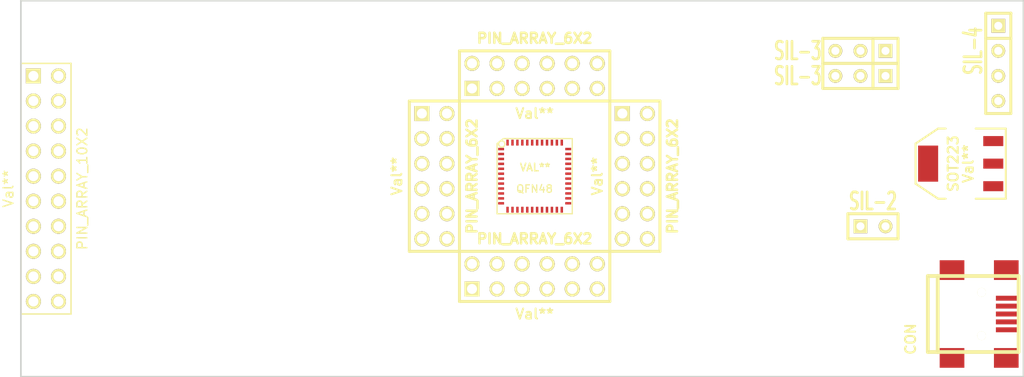
<source format=kicad_pcb>
(kicad_pcb (version 3) (host pcbnew "(2013-dec-23)-stable")

  (general
    (links 0)
    (no_connects 0)
    (area 75.3364 82.92084 143.160044 125.87478)
    (thickness 1.6)
    (drawings 6)
    (tracks 0)
    (zones 0)
    (modules 12)
    (nets 1)
  )

  (page A4)
  (layers
    (15 F.Cu signal)
    (0 B.Cu signal)
    (16 B.Adhes user)
    (17 F.Adhes user)
    (18 B.Paste user)
    (19 F.Paste user)
    (20 B.SilkS user)
    (21 F.SilkS user)
    (22 B.Mask user)
    (23 F.Mask user)
    (28 Edge.Cuts user)
  )

  (setup
    (last_trace_width 0.254)
    (trace_clearance 0.254)
    (zone_clearance 0.508)
    (zone_45_only no)
    (trace_min 0.254)
    (segment_width 0.2)
    (edge_width 0.15)
    (via_size 0.889)
    (via_drill 0.635)
    (via_min_size 0.889)
    (via_min_drill 0.508)
    (uvia_size 0.508)
    (uvia_drill 0.127)
    (uvias_allowed no)
    (uvia_min_size 0.508)
    (uvia_min_drill 0.127)
    (pcb_text_width 0.3)
    (pcb_text_size 1.5 1.5)
    (mod_edge_width 0.15)
    (mod_text_size 1.5 1.5)
    (mod_text_width 0.15)
    (pad_size 1.4 1.4)
    (pad_drill 0.6)
    (pad_to_mask_clearance 0.2)
    (aux_axis_origin 43.18 162.56)
    (visible_elements FFFFFFBF)
    (pcbplotparams
      (layerselection 3178497)
      (usegerberextensions true)
      (excludeedgelayer true)
      (linewidth 0.150000)
      (plotframeref false)
      (viasonmask false)
      (mode 1)
      (useauxorigin false)
      (hpglpennumber 1)
      (hpglpenspeed 20)
      (hpglpendiameter 15)
      (hpglpenoverlay 2)
      (psnegative false)
      (psa4output false)
      (plotreference true)
      (plotvalue true)
      (plotothertext true)
      (plotinvisibletext false)
      (padsonsilk false)
      (subtractmaskfromsilk false)
      (outputformat 1)
      (mirror false)
      (drillshape 1)
      (scaleselection 1)
      (outputdirectory ""))
  )

  (net 0 "")

  (net_class Default "This is the default net class."
    (clearance 0.254)
    (trace_width 0.254)
    (via_dia 0.889)
    (via_drill 0.635)
    (uvia_dia 0.508)
    (uvia_drill 0.127)
    (add_net "")
  )

  (module pin_array_6x2 (layer F.Cu) (tedit 3FB38A8B) (tstamp 55D66EB9)
    (at 111.76 80.01 270)
    (descr "Double rangee de contacts 2 x 6 pins")
    (tags CONN)
    (fp_text reference PIN_ARRAY_6X2 (at 0 -3.81 270) (layer F.SilkS)
      (effects (font (size 1.016 1.016) (thickness 0.27432)))
    )
    (fp_text value Val** (at 0 3.81 270) (layer F.SilkS)
      (effects (font (size 1.016 1.016) (thickness 0.2032)))
    )
    (fp_line (start -7.62 -2.54) (end 7.62 -2.54) (layer F.SilkS) (width 0.3048))
    (fp_line (start 7.62 -2.54) (end 7.62 2.54) (layer F.SilkS) (width 0.3048))
    (fp_line (start 7.62 2.54) (end -7.62 2.54) (layer F.SilkS) (width 0.3048))
    (fp_line (start -7.62 2.54) (end -7.62 -2.54) (layer F.SilkS) (width 0.3048))
    (pad 1 thru_hole rect (at -6.35 1.27 270) (size 1.524 1.524) (drill 1.016)
      (layers *.Cu *.Mask F.SilkS)
    )
    (pad 2 thru_hole circle (at -6.35 -1.27 270) (size 1.524 1.524) (drill 1.016)
      (layers *.Cu *.Mask F.SilkS)
    )
    (pad 3 thru_hole circle (at -3.81 1.27 270) (size 1.524 1.524) (drill 1.016)
      (layers *.Cu *.Mask F.SilkS)
    )
    (pad 4 thru_hole circle (at -3.81 -1.27 270) (size 1.524 1.524) (drill 1.016)
      (layers *.Cu *.Mask F.SilkS)
    )
    (pad 5 thru_hole circle (at -1.27 1.27 270) (size 1.524 1.524) (drill 1.016)
      (layers *.Cu *.Mask F.SilkS)
    )
    (pad 6 thru_hole circle (at -1.27 -1.27 270) (size 1.524 1.524) (drill 1.016)
      (layers *.Cu *.Mask F.SilkS)
    )
    (pad 7 thru_hole circle (at 1.27 1.27 270) (size 1.524 1.524) (drill 1.016)
      (layers *.Cu *.Mask F.SilkS)
    )
    (pad 8 thru_hole circle (at 1.27 -1.27 270) (size 1.524 1.524) (drill 1.016)
      (layers *.Cu *.Mask F.SilkS)
    )
    (pad 9 thru_hole circle (at 3.81 1.27 270) (size 1.524 1.524) (drill 1.016)
      (layers *.Cu *.Mask F.SilkS)
    )
    (pad 10 thru_hole circle (at 3.81 -1.27 270) (size 1.524 1.524) (drill 1.016)
      (layers *.Cu *.Mask F.SilkS)
    )
    (pad 11 thru_hole circle (at 6.35 1.27 270) (size 1.524 1.524) (drill 1.016)
      (layers *.Cu *.Mask F.SilkS)
    )
    (pad 12 thru_hole circle (at 6.35 -1.27 270) (size 1.524 1.524) (drill 1.016)
      (layers *.Cu *.Mask F.SilkS)
    )
    (model pin_array/pins_array_6x2.wrl
      (at (xyz 0 0 0))
      (scale (xyz 1 1 1))
      (rotate (xyz 0 0 0))
    )
  )

  (module pin_array_6x2 (layer F.Cu) (tedit 3FB38A8B) (tstamp 55D66E76)
    (at 101.6 69.85)
    (descr "Double rangee de contacts 2 x 6 pins")
    (tags CONN)
    (fp_text reference PIN_ARRAY_6X2 (at 0 -3.81) (layer F.SilkS)
      (effects (font (size 1.016 1.016) (thickness 0.27432)))
    )
    (fp_text value Val** (at 0 3.81) (layer F.SilkS)
      (effects (font (size 1.016 1.016) (thickness 0.2032)))
    )
    (fp_line (start -7.62 -2.54) (end 7.62 -2.54) (layer F.SilkS) (width 0.3048))
    (fp_line (start 7.62 -2.54) (end 7.62 2.54) (layer F.SilkS) (width 0.3048))
    (fp_line (start 7.62 2.54) (end -7.62 2.54) (layer F.SilkS) (width 0.3048))
    (fp_line (start -7.62 2.54) (end -7.62 -2.54) (layer F.SilkS) (width 0.3048))
    (pad 1 thru_hole rect (at -6.35 1.27) (size 1.524 1.524) (drill 1.016)
      (layers *.Cu *.Mask F.SilkS)
    )
    (pad 2 thru_hole circle (at -6.35 -1.27) (size 1.524 1.524) (drill 1.016)
      (layers *.Cu *.Mask F.SilkS)
    )
    (pad 3 thru_hole circle (at -3.81 1.27) (size 1.524 1.524) (drill 1.016)
      (layers *.Cu *.Mask F.SilkS)
    )
    (pad 4 thru_hole circle (at -3.81 -1.27) (size 1.524 1.524) (drill 1.016)
      (layers *.Cu *.Mask F.SilkS)
    )
    (pad 5 thru_hole circle (at -1.27 1.27) (size 1.524 1.524) (drill 1.016)
      (layers *.Cu *.Mask F.SilkS)
    )
    (pad 6 thru_hole circle (at -1.27 -1.27) (size 1.524 1.524) (drill 1.016)
      (layers *.Cu *.Mask F.SilkS)
    )
    (pad 7 thru_hole circle (at 1.27 1.27) (size 1.524 1.524) (drill 1.016)
      (layers *.Cu *.Mask F.SilkS)
    )
    (pad 8 thru_hole circle (at 1.27 -1.27) (size 1.524 1.524) (drill 1.016)
      (layers *.Cu *.Mask F.SilkS)
    )
    (pad 9 thru_hole circle (at 3.81 1.27) (size 1.524 1.524) (drill 1.016)
      (layers *.Cu *.Mask F.SilkS)
    )
    (pad 10 thru_hole circle (at 3.81 -1.27) (size 1.524 1.524) (drill 1.016)
      (layers *.Cu *.Mask F.SilkS)
    )
    (pad 11 thru_hole circle (at 6.35 1.27) (size 1.524 1.524) (drill 1.016)
      (layers *.Cu *.Mask F.SilkS)
    )
    (pad 12 thru_hole circle (at 6.35 -1.27) (size 1.524 1.524) (drill 1.016)
      (layers *.Cu *.Mask F.SilkS)
    )
    (model pin_array/pins_array_6x2.wrl
      (at (xyz 0 0 0))
      (scale (xyz 1 1 1))
      (rotate (xyz 0 0 0))
    )
  )

  (module pin_array_6x2 (layer F.Cu) (tedit 3FB38A8B) (tstamp 55D66E5F)
    (at 91.44 80.01 270)
    (descr "Double rangee de contacts 2 x 6 pins")
    (tags CONN)
    (fp_text reference PIN_ARRAY_6X2 (at 0 -3.81 270) (layer F.SilkS)
      (effects (font (size 1.016 1.016) (thickness 0.27432)))
    )
    (fp_text value Val** (at 0 3.81 270) (layer F.SilkS)
      (effects (font (size 1.016 1.016) (thickness 0.2032)))
    )
    (fp_line (start -7.62 -2.54) (end 7.62 -2.54) (layer F.SilkS) (width 0.3048))
    (fp_line (start 7.62 -2.54) (end 7.62 2.54) (layer F.SilkS) (width 0.3048))
    (fp_line (start 7.62 2.54) (end -7.62 2.54) (layer F.SilkS) (width 0.3048))
    (fp_line (start -7.62 2.54) (end -7.62 -2.54) (layer F.SilkS) (width 0.3048))
    (pad 1 thru_hole rect (at -6.35 1.27 270) (size 1.524 1.524) (drill 1.016)
      (layers *.Cu *.Mask F.SilkS)
    )
    (pad 2 thru_hole circle (at -6.35 -1.27 270) (size 1.524 1.524) (drill 1.016)
      (layers *.Cu *.Mask F.SilkS)
    )
    (pad 3 thru_hole circle (at -3.81 1.27 270) (size 1.524 1.524) (drill 1.016)
      (layers *.Cu *.Mask F.SilkS)
    )
    (pad 4 thru_hole circle (at -3.81 -1.27 270) (size 1.524 1.524) (drill 1.016)
      (layers *.Cu *.Mask F.SilkS)
    )
    (pad 5 thru_hole circle (at -1.27 1.27 270) (size 1.524 1.524) (drill 1.016)
      (layers *.Cu *.Mask F.SilkS)
    )
    (pad 6 thru_hole circle (at -1.27 -1.27 270) (size 1.524 1.524) (drill 1.016)
      (layers *.Cu *.Mask F.SilkS)
    )
    (pad 7 thru_hole circle (at 1.27 1.27 270) (size 1.524 1.524) (drill 1.016)
      (layers *.Cu *.Mask F.SilkS)
    )
    (pad 8 thru_hole circle (at 1.27 -1.27 270) (size 1.524 1.524) (drill 1.016)
      (layers *.Cu *.Mask F.SilkS)
    )
    (pad 9 thru_hole circle (at 3.81 1.27 270) (size 1.524 1.524) (drill 1.016)
      (layers *.Cu *.Mask F.SilkS)
    )
    (pad 10 thru_hole circle (at 3.81 -1.27 270) (size 1.524 1.524) (drill 1.016)
      (layers *.Cu *.Mask F.SilkS)
    )
    (pad 11 thru_hole circle (at 6.35 1.27 270) (size 1.524 1.524) (drill 1.016)
      (layers *.Cu *.Mask F.SilkS)
    )
    (pad 12 thru_hole circle (at 6.35 -1.27 270) (size 1.524 1.524) (drill 1.016)
      (layers *.Cu *.Mask F.SilkS)
    )
    (model pin_array/pins_array_6x2.wrl
      (at (xyz 0 0 0))
      (scale (xyz 1 1 1))
      (rotate (xyz 0 0 0))
    )
  )

  (module pin_array_6x2 (layer F.Cu) (tedit 3FB38A8B) (tstamp 55D66DD6)
    (at 101.6 90.17)
    (descr "Double rangee de contacts 2 x 6 pins")
    (tags CONN)
    (fp_text reference PIN_ARRAY_6X2 (at 0 -3.81) (layer F.SilkS)
      (effects (font (size 1.016 1.016) (thickness 0.27432)))
    )
    (fp_text value Val** (at 0 3.81) (layer F.SilkS)
      (effects (font (size 1.016 1.016) (thickness 0.2032)))
    )
    (fp_line (start -7.62 -2.54) (end 7.62 -2.54) (layer F.SilkS) (width 0.3048))
    (fp_line (start 7.62 -2.54) (end 7.62 2.54) (layer F.SilkS) (width 0.3048))
    (fp_line (start 7.62 2.54) (end -7.62 2.54) (layer F.SilkS) (width 0.3048))
    (fp_line (start -7.62 2.54) (end -7.62 -2.54) (layer F.SilkS) (width 0.3048))
    (pad 1 thru_hole rect (at -6.35 1.27) (size 1.524 1.524) (drill 1.016)
      (layers *.Cu *.Mask F.SilkS)
    )
    (pad 2 thru_hole circle (at -6.35 -1.27) (size 1.524 1.524) (drill 1.016)
      (layers *.Cu *.Mask F.SilkS)
    )
    (pad 3 thru_hole circle (at -3.81 1.27) (size 1.524 1.524) (drill 1.016)
      (layers *.Cu *.Mask F.SilkS)
    )
    (pad 4 thru_hole circle (at -3.81 -1.27) (size 1.524 1.524) (drill 1.016)
      (layers *.Cu *.Mask F.SilkS)
    )
    (pad 5 thru_hole circle (at -1.27 1.27) (size 1.524 1.524) (drill 1.016)
      (layers *.Cu *.Mask F.SilkS)
    )
    (pad 6 thru_hole circle (at -1.27 -1.27) (size 1.524 1.524) (drill 1.016)
      (layers *.Cu *.Mask F.SilkS)
    )
    (pad 7 thru_hole circle (at 1.27 1.27) (size 1.524 1.524) (drill 1.016)
      (layers *.Cu *.Mask F.SilkS)
    )
    (pad 8 thru_hole circle (at 1.27 -1.27) (size 1.524 1.524) (drill 1.016)
      (layers *.Cu *.Mask F.SilkS)
    )
    (pad 9 thru_hole circle (at 3.81 1.27) (size 1.524 1.524) (drill 1.016)
      (layers *.Cu *.Mask F.SilkS)
    )
    (pad 10 thru_hole circle (at 3.81 -1.27) (size 1.524 1.524) (drill 1.016)
      (layers *.Cu *.Mask F.SilkS)
    )
    (pad 11 thru_hole circle (at 6.35 1.27) (size 1.524 1.524) (drill 1.016)
      (layers *.Cu *.Mask F.SilkS)
    )
    (pad 12 thru_hole circle (at 6.35 -1.27) (size 1.524 1.524) (drill 1.016)
      (layers *.Cu *.Mask F.SilkS)
    )
    (model pin_array/pins_array_6x2.wrl
      (at (xyz 0 0 0))
      (scale (xyz 1 1 1))
      (rotate (xyz 0 0 0))
    )
  )

  (module QFN48 (layer F.Cu) (tedit 4D78CADD) (tstamp 55D50C16)
    (at 101.6 80.01)
    (path QFN48+1)
    (attr smd)
    (fp_text reference QFN48 (at -0.01016 1.29032) (layer F.SilkS)
      (effects (font (size 0.762 0.762) (thickness 0.127)))
    )
    (fp_text value VAL** (at 0.0508 -0.889) (layer F.SilkS)
      (effects (font (size 0.762 0.762) (thickness 0.1524)))
    )
    (fp_line (start -2.921 -3.81) (end -3.175 -3.81) (layer F.SilkS) (width 0.127))
    (fp_line (start -3.175 -3.81) (end -3.81 -3.302) (layer F.SilkS) (width 0.127))
    (fp_line (start -3.81 -3.302) (end -3.81 -2.921) (layer F.SilkS) (width 0.127))
    (fp_line (start -2.921 -3.81) (end 3.81 -3.81) (layer F.SilkS) (width 0.127))
    (fp_line (start 3.81 -3.81) (end 3.81 3.81) (layer F.SilkS) (width 0.127))
    (fp_line (start 3.81 3.81) (end -3.81 3.81) (layer F.SilkS) (width 0.127))
    (fp_line (start -3.81 3.81) (end -3.81 -2.921) (layer F.SilkS) (width 0.127))
    (fp_circle (center -3.32994 -3.25882) (end -3.43154 -3.56108) (layer F.SilkS) (width 0.127))
    (pad 1 smd rect (at -3.39852 -2.74828) (size 0.59944 0.24892)
      (layers F.Cu F.Paste F.Mask)
    )
    (pad 2 smd rect (at -3.39852 -2.2479) (size 0.59944 0.24892)
      (layers F.Cu F.Paste F.Mask)
    )
    (pad 3 smd rect (at -3.39852 -1.74752) (size 0.59944 0.24892)
      (layers F.Cu F.Paste F.Mask)
    )
    (pad 4 smd rect (at -3.39852 -1.24714) (size 0.59944 0.24892)
      (layers F.Cu F.Paste F.Mask)
    )
    (pad 5 smd rect (at -3.39852 -0.7493) (size 0.59944 0.24892)
      (layers F.Cu F.Paste F.Mask)
    )
    (pad 6 smd rect (at -3.39852 -0.24892) (size 0.59944 0.24892)
      (layers F.Cu F.Paste F.Mask)
    )
    (pad 7 smd rect (at -3.39852 0.25146) (size 0.59944 0.24892)
      (layers F.Cu F.Paste F.Mask)
    )
    (pad 8 smd rect (at -3.39852 0.75184) (size 0.59944 0.24892)
      (layers F.Cu F.Paste F.Mask)
    )
    (pad 9 smd rect (at -3.39852 1.25222) (size 0.59944 0.24892)
      (layers F.Cu F.Paste F.Mask)
    )
    (pad 10 smd rect (at -3.39852 1.7526) (size 0.59944 0.24892)
      (layers F.Cu F.Paste F.Mask)
    )
    (pad 11 smd rect (at -3.39852 2.25298) (size 0.59944 0.24892)
      (layers F.Cu F.Paste F.Mask)
    )
    (pad 12 smd rect (at -3.39852 2.75082) (size 0.59944 0.24892)
      (layers F.Cu F.Paste F.Mask)
    )
    (pad 33 smd rect (at 3.39852 -1.25222) (size 0.59944 0.24892)
      (layers F.Cu F.Paste F.Mask)
    )
    (pad 34 smd rect (at 3.39852 -1.75006) (size 0.59944 0.24892)
      (layers F.Cu F.Paste F.Mask)
    )
    (pad 35 smd rect (at 3.39852 -2.25044) (size 0.59944 0.24892)
      (layers F.Cu F.Paste F.Mask)
    )
    (pad 36 smd rect (at 3.39852 -2.75082) (size 0.59944 0.24892)
      (layers F.Cu F.Paste F.Mask)
    )
    (pad 17 smd rect (at -0.7493 3.40106) (size 0.24892 0.59944)
      (layers F.Cu F.Paste F.Mask)
    )
    (pad 18 smd rect (at -0.25146 3.40106) (size 0.24892 0.59944)
      (layers F.Cu F.Paste F.Mask)
    )
    (pad 19 smd rect (at 0.24892 3.40106) (size 0.24892 0.59944)
      (layers F.Cu F.Paste F.Mask)
    )
    (pad 20 smd rect (at 0.7493 3.40106) (size 0.24892 0.59944)
      (layers F.Cu F.Paste F.Mask)
    )
    (pad 21 smd rect (at 1.24968 3.40106) (size 0.24892 0.59944)
      (layers F.Cu F.Paste F.Mask)
    )
    (pad 22 smd rect (at 1.75006 3.40106) (size 0.24892 0.59944)
      (layers F.Cu F.Paste F.Mask)
    )
    (pad 23 smd rect (at 2.25044 3.40106) (size 0.24892 0.59944)
      (layers F.Cu F.Paste F.Mask)
    )
    (pad 24 smd rect (at 2.75082 3.40106) (size 0.24892 0.59944)
      (layers F.Cu F.Paste F.Mask)
    )
    (pad 13 smd rect (at -2.74828 3.40106) (size 0.24892 0.59944)
      (layers F.Cu F.Paste F.Mask)
    )
    (pad 14 smd rect (at -2.2479 3.40106) (size 0.24892 0.59944)
      (layers F.Cu F.Paste F.Mask)
    )
    (pad 15 smd rect (at -1.74752 3.40106) (size 0.24892 0.59944)
      (layers F.Cu F.Paste F.Mask)
    )
    (pad 16 smd rect (at -1.24968 3.40106) (size 0.24892 0.59944)
      (layers F.Cu F.Paste F.Mask)
    )
    (pad 25 smd rect (at 3.39852 2.74828) (size 0.59944 0.24892)
      (layers F.Cu F.Paste F.Mask)
    )
    (pad 26 smd rect (at 3.40106 2.2479) (size 0.59944 0.24892)
      (layers F.Cu F.Paste F.Mask)
    )
    (pad 27 smd rect (at 3.40106 1.75006) (size 0.59944 0.24892)
      (layers F.Cu F.Paste F.Mask)
    )
    (pad 28 smd rect (at 3.40106 1.24968) (size 0.59944 0.24892)
      (layers F.Cu F.Paste F.Mask)
    )
    (pad 29 smd rect (at 3.40106 0.7493) (size 0.59944 0.24892)
      (layers F.Cu F.Paste F.Mask)
    )
    (pad 30 smd rect (at 3.40106 0.24892) (size 0.59944 0.24892)
      (layers F.Cu F.Paste F.Mask)
    )
    (pad 31 smd rect (at 3.40106 -0.25146) (size 0.59944 0.24892)
      (layers F.Cu F.Paste F.Mask)
    )
    (pad 32 smd rect (at 3.40106 -0.75184) (size 0.59944 0.24892)
      (layers F.Cu F.Paste F.Mask)
    )
    (pad 37 smd rect (at 2.75082 -3.39852) (size 0.24892 0.59944)
      (layers F.Cu F.Paste F.Mask)
    )
    (pad 38 smd rect (at 2.25044 -3.39852) (size 0.24892 0.59944)
      (layers F.Cu F.Paste F.Mask)
    )
    (pad 39 smd rect (at 1.75006 -3.39852) (size 0.24892 0.59944)
      (layers F.Cu F.Paste F.Mask)
    )
    (pad 40 smd rect (at 1.25222 -3.39852) (size 0.24892 0.59944)
      (layers F.Cu F.Paste F.Mask)
    )
    (pad 41 smd rect (at 0.75184 -3.39852) (size 0.24892 0.59944)
      (layers F.Cu F.Paste F.Mask)
    )
    (pad 42 smd rect (at 0.25146 -3.39852) (size 0.24892 0.59944)
      (layers F.Cu F.Paste F.Mask)
    )
    (pad 43 smd rect (at -0.24892 -3.39852) (size 0.24892 0.59944)
      (layers F.Cu F.Paste F.Mask)
    )
    (pad 44 smd rect (at -0.7493 -3.39852) (size 0.24892 0.59944)
      (layers F.Cu F.Paste F.Mask)
    )
    (pad 45 smd rect (at -1.24968 -3.39852) (size 0.24892 0.59944)
      (layers F.Cu F.Paste F.Mask)
    )
    (pad 46 smd rect (at -1.75006 -3.39852) (size 0.24892 0.59944)
      (layers F.Cu F.Paste F.Mask)
    )
    (pad 47 smd rect (at -2.2479 -3.39852) (size 0.24892 0.59944)
      (layers F.Cu F.Paste F.Mask)
    )
    (pad 48 smd rect (at -2.74828 -3.39852) (size 0.24892 0.59944)
      (layers F.Cu F.Paste F.Mask)
    )
    (model smd\qfn48.wrl
      (at (xyz 0 0 0))
      (scale (xyz 0.18 0.18 0.2))
      (rotate (xyz 0 0 0))
    )
  )

  (module SOT223 (layer F.Cu) (tedit 200000) (tstamp 55D5BCA1)
    (at 144.78 78.74 90)
    (descr "module CMS SOT223 4 pins")
    (tags "CMS SOT")
    (attr smd)
    (fp_text reference SOT223 (at 0 -0.762 90) (layer F.SilkS)
      (effects (font (size 1.016 1.016) (thickness 0.2032)))
    )
    (fp_text value Val** (at 0 0.762 90) (layer F.SilkS)
      (effects (font (size 1.016 1.016) (thickness 0.2032)))
    )
    (fp_line (start -3.556 1.524) (end -3.556 4.572) (layer F.SilkS) (width 0.2032))
    (fp_line (start -3.556 4.572) (end 3.556 4.572) (layer F.SilkS) (width 0.2032))
    (fp_line (start 3.556 4.572) (end 3.556 1.524) (layer F.SilkS) (width 0.2032))
    (fp_line (start -3.556 -1.524) (end -3.556 -2.286) (layer F.SilkS) (width 0.2032))
    (fp_line (start -3.556 -2.286) (end -2.032 -4.572) (layer F.SilkS) (width 0.2032))
    (fp_line (start -2.032 -4.572) (end 2.032 -4.572) (layer F.SilkS) (width 0.2032))
    (fp_line (start 2.032 -4.572) (end 3.556 -2.286) (layer F.SilkS) (width 0.2032))
    (fp_line (start 3.556 -2.286) (end 3.556 -1.524) (layer F.SilkS) (width 0.2032))
    (pad 4 smd rect (at 0 -3.302 90) (size 3.6576 2.032)
      (layers F.Cu F.Paste F.Mask)
    )
    (pad 2 smd rect (at 0 3.302 90) (size 1.016 2.032)
      (layers F.Cu F.Paste F.Mask)
    )
    (pad 3 smd rect (at 2.286 3.302 90) (size 1.016 2.032)
      (layers F.Cu F.Paste F.Mask)
    )
    (pad 1 smd rect (at -2.286 3.302 90) (size 1.016 2.032)
      (layers F.Cu F.Paste F.Mask)
    )
    (model smd/SOT223.wrl
      (at (xyz 0 0 0))
      (scale (xyz 0.4 0.4 0.4))
      (rotate (xyz 0 0 0))
    )
  )

  (module USB_MINI_B (layer F.Cu) (tedit 55D4C5DA) (tstamp 55D614E4)
    (at 146.05 93.98)
    (descr "USB Mini-B 5-pin SMD connector")
    (tags "USB, Mini-B, connector")
    (fp_text reference CON (at -6.35 2.54 90) (layer F.SilkS)
      (effects (font (size 1.016 1.016) (thickness 0.2032)))
    )
    (fp_text value USB-Mini-B (at 0 -7.0993) (layer F.SilkS) hide
      (effects (font (size 1.016 1.016) (thickness 0.2032)))
    )
    (fp_line (start -3.59918 -3.85064) (end -3.59918 3.85064) (layer F.SilkS) (width 0.381))
    (fp_line (start -4.59994 -3.85064) (end -4.59994 3.85064) (layer F.SilkS) (width 0.381))
    (fp_line (start -4.59994 3.85064) (end 4.59994 3.85064) (layer F.SilkS) (width 0.381))
    (fp_line (start 4.59994 3.85064) (end 4.59994 -3.85064) (layer F.SilkS) (width 0.381))
    (fp_line (start 4.59994 -3.85064) (end -4.59994 -3.85064) (layer F.SilkS) (width 0.381))
    (pad 1 smd rect (at 3.44932 -1.6002) (size 2.30124 0.50038)
      (layers F.Cu F.Paste F.Mask)
    )
    (pad 2 smd rect (at 3.44932 -0.8001) (size 2.30124 0.50038)
      (layers F.Cu F.Paste F.Mask)
    )
    (pad 3 smd rect (at 3.44932 0) (size 2.30124 0.50038)
      (layers F.Cu F.Paste F.Mask)
    )
    (pad 4 smd rect (at 3.44932 0.8001) (size 2.30124 0.50038)
      (layers F.Cu F.Paste F.Mask)
    )
    (pad 5 smd rect (at 3.44932 1.6002) (size 2.30124 0.50038)
      (layers F.Cu F.Paste F.Mask)
    )
    (pad 6 smd rect (at 3.35026 -4.45008) (size 2.49936 1.99898)
      (layers F.Cu F.Paste F.Mask)
    )
    (pad 7 smd rect (at -2.14884 -4.45008) (size 2.49936 1.99898)
      (layers F.Cu F.Paste F.Mask)
    )
    (pad 8 smd rect (at 3.35026 4.45008) (size 2.49936 1.99898)
      (layers F.Cu F.Paste F.Mask)
    )
    (pad 9 smd rect (at -2.14884 4.45008) (size 2.49936 1.99898)
      (layers F.Cu F.Paste F.Mask)
    )
    (pad "" np_thru_hole circle (at 0.8509 -2.19964) (size 0.89916 0.89916) (drill 0.89916)
      (layers *.Cu *.Mask F.SilkS)
    )
    (pad 2 np_thru_hole circle (at 0.8509 2.19964) (size 0.89916 0.89916) (drill 0.89916)
      (layers *.Cu *.Mask F.SilkS)
    )
  )

  (module pin_array_10x2 (layer F.Cu) (tedit 51DBC9C0) (tstamp 55D51EEC)
    (at 52.07 81.28 270)
    (descr "Double rangee de contacts 2 x 12 pins")
    (tags CONN)
    (fp_text reference PIN_ARRAY_10X2 (at 0 -3.683 270) (layer F.SilkS)
      (effects (font (size 1 1) (thickness 0.15)))
    )
    (fp_text value Val** (at 0 3.81 270) (layer F.SilkS)
      (effects (font (size 1 1) (thickness 0.15)))
    )
    (fp_line (start -12.7 -2.54) (end -12.7 2.54) (layer F.SilkS) (width 0.15))
    (fp_line (start -12.7 2.54) (end 12.7 2.54) (layer F.SilkS) (width 0.15))
    (fp_line (start 12.7 2.54) (end 12.7 -2.54) (layer F.SilkS) (width 0.15))
    (fp_line (start 12.7 -2.54) (end -12.7 -2.54) (layer F.SilkS) (width 0.15))
    (pad 1 thru_hole rect (at -11.43 1.27 270) (size 1.524 1.524) (drill 1.016)
      (layers *.Cu *.Mask F.SilkS)
    )
    (pad 2 thru_hole circle (at -11.43 -1.27 270) (size 1.524 1.524) (drill 1.016)
      (layers *.Cu *.Mask F.SilkS)
    )
    (pad 3 thru_hole circle (at -8.89 1.27 270) (size 1.524 1.524) (drill 1.016)
      (layers *.Cu *.Mask F.SilkS)
    )
    (pad 4 thru_hole circle (at -8.89 -1.27 270) (size 1.524 1.524) (drill 1.016)
      (layers *.Cu *.Mask F.SilkS)
    )
    (pad 5 thru_hole circle (at -6.35 1.27 270) (size 1.524 1.524) (drill 1.016)
      (layers *.Cu *.Mask F.SilkS)
    )
    (pad 6 thru_hole circle (at -6.35 -1.27 270) (size 1.524 1.524) (drill 1.016)
      (layers *.Cu *.Mask F.SilkS)
    )
    (pad 7 thru_hole circle (at -3.81 1.27 270) (size 1.524 1.524) (drill 1.016)
      (layers *.Cu *.Mask F.SilkS)
    )
    (pad 8 thru_hole circle (at -3.81 -1.27 270) (size 1.524 1.524) (drill 1.016)
      (layers *.Cu *.Mask F.SilkS)
    )
    (pad 9 thru_hole circle (at -1.27 1.27 270) (size 1.524 1.524) (drill 1.016)
      (layers *.Cu *.Mask F.SilkS)
    )
    (pad 10 thru_hole circle (at -1.27 -1.27 270) (size 1.524 1.524) (drill 1.016)
      (layers *.Cu *.Mask F.SilkS)
    )
    (pad 11 thru_hole circle (at 1.27 1.27 270) (size 1.524 1.524) (drill 1.016)
      (layers *.Cu *.Mask F.SilkS)
    )
    (pad 12 thru_hole circle (at 1.27 -1.27 270) (size 1.524 1.524) (drill 1.016)
      (layers *.Cu *.Mask F.SilkS)
    )
    (pad 13 thru_hole circle (at 3.81 1.27 270) (size 1.524 1.524) (drill 1.016)
      (layers *.Cu *.Mask F.SilkS)
    )
    (pad 14 thru_hole circle (at 3.81 -1.27 270) (size 1.524 1.524) (drill 1.016)
      (layers *.Cu *.Mask F.SilkS)
    )
    (pad 15 thru_hole circle (at 6.35 1.27 270) (size 1.524 1.524) (drill 1.016)
      (layers *.Cu *.Mask F.SilkS)
    )
    (pad 16 thru_hole circle (at 6.35 -1.27 270) (size 1.524 1.524) (drill 1.016)
      (layers *.Cu *.Mask F.SilkS)
    )
    (pad 17 thru_hole circle (at 8.89 1.27 270) (size 1.524 1.524) (drill 1.016)
      (layers *.Cu *.Mask F.SilkS)
    )
    (pad 18 thru_hole circle (at 8.89 -1.27 270) (size 1.524 1.524) (drill 1.016)
      (layers *.Cu *.Mask F.SilkS)
    )
    (pad 19 thru_hole circle (at 11.43 1.27 270) (size 1.524 1.524) (drill 1.016)
      (layers *.Cu *.Mask F.SilkS)
    )
    (pad 20 thru_hole circle (at 11.43 -1.27 270) (size 1.524 1.524) (drill 1.016)
      (layers *.Cu *.Mask F.SilkS)
    )
    (model pin_array/pins_array_10x2.wrl
      (at (xyz 0 0 0))
      (scale (xyz 1 1 1))
      (rotate (xyz 0 0 0))
    )
  )

  (module SIL-4 (layer F.Cu) (tedit 55D4C5D0) (tstamp 55D530C4)
    (at 148.59 68.58 270)
    (descr "Connecteur 4 pibs")
    (tags "CONN DEV")
    (fp_text reference SIL-4 (at -1.27 2.54 270) (layer F.SilkS)
      (effects (font (size 1.73482 1.08712) (thickness 0.3048)))
    )
    (fp_text value Val** (at 0 -2.54 270) (layer F.SilkS) hide
      (effects (font (size 1.524 1.016) (thickness 0.3048)))
    )
    (fp_line (start -5.08 -1.27) (end -5.08 -1.27) (layer F.SilkS) (width 0.3048))
    (fp_line (start -5.08 1.27) (end -5.08 -1.27) (layer F.SilkS) (width 0.3048))
    (fp_line (start -5.08 -1.27) (end -5.08 -1.27) (layer F.SilkS) (width 0.3048))
    (fp_line (start -5.08 -1.27) (end 5.08 -1.27) (layer F.SilkS) (width 0.3048))
    (fp_line (start 5.08 -1.27) (end 5.08 1.27) (layer F.SilkS) (width 0.3048))
    (fp_line (start 5.08 1.27) (end -5.08 1.27) (layer F.SilkS) (width 0.3048))
    (fp_line (start -2.54 1.27) (end -2.54 -1.27) (layer F.SilkS) (width 0.3048))
    (pad 1 thru_hole rect (at -3.81 0 270) (size 1.397 1.397) (drill 0.8128)
      (layers *.Cu *.Mask F.SilkS)
    )
    (pad 2 thru_hole circle (at -1.27 0 270) (size 1.397 1.397) (drill 0.8128)
      (layers *.Cu *.Mask F.SilkS)
    )
    (pad 3 thru_hole circle (at 1.27 0 270) (size 1.397 1.397) (drill 0.8128)
      (layers *.Cu *.Mask F.SilkS)
    )
    (pad 4 thru_hole circle (at 3.81 0 270) (size 1.397 1.397) (drill 0.8128)
      (layers *.Cu *.Mask F.SilkS)
    )
  )

  (module SIL-3 (layer F.Cu) (tedit 55D4C5C8) (tstamp 55D530F0)
    (at 134.62 67.31 180)
    (descr "Connecteur 3 pins")
    (tags "CONN DEV")
    (fp_text reference SIL-3 (at 6.35 0 180) (layer F.SilkS)
      (effects (font (size 1.7907 1.07696) (thickness 0.3048)))
    )
    (fp_text value Val** (at 0 -2.54 180) (layer F.SilkS) hide
      (effects (font (size 1.524 1.016) (thickness 0.3048)))
    )
    (fp_line (start -3.81 1.27) (end -3.81 -1.27) (layer F.SilkS) (width 0.3048))
    (fp_line (start -3.81 -1.27) (end 3.81 -1.27) (layer F.SilkS) (width 0.3048))
    (fp_line (start 3.81 -1.27) (end 3.81 1.27) (layer F.SilkS) (width 0.3048))
    (fp_line (start 3.81 1.27) (end -3.81 1.27) (layer F.SilkS) (width 0.3048))
    (fp_line (start -1.27 -1.27) (end -1.27 1.27) (layer F.SilkS) (width 0.3048))
    (pad 1 thru_hole rect (at -2.54 0 180) (size 1.397 1.397) (drill 0.8128)
      (layers *.Cu *.Mask F.SilkS)
    )
    (pad 2 thru_hole circle (at 0 0 180) (size 1.397 1.397) (drill 0.8128)
      (layers *.Cu *.Mask F.SilkS)
    )
    (pad 3 thru_hole circle (at 2.54 0 180) (size 1.397 1.397) (drill 0.8128)
      (layers *.Cu *.Mask F.SilkS)
    )
  )

  (module SIL-3 (layer F.Cu) (tedit 55D4C5C2) (tstamp 55D53107)
    (at 134.62 69.85 180)
    (descr "Connecteur 3 pins")
    (tags "CONN DEV")
    (fp_text reference SIL-3 (at 6.35 0 180) (layer F.SilkS)
      (effects (font (size 1.7907 1.07696) (thickness 0.3048)))
    )
    (fp_text value Val** (at 0 -2.54 180) (layer F.SilkS) hide
      (effects (font (size 1.524 1.016) (thickness 0.3048)))
    )
    (fp_line (start -3.81 1.27) (end -3.81 -1.27) (layer F.SilkS) (width 0.3048))
    (fp_line (start -3.81 -1.27) (end 3.81 -1.27) (layer F.SilkS) (width 0.3048))
    (fp_line (start 3.81 -1.27) (end 3.81 1.27) (layer F.SilkS) (width 0.3048))
    (fp_line (start 3.81 1.27) (end -3.81 1.27) (layer F.SilkS) (width 0.3048))
    (fp_line (start -1.27 -1.27) (end -1.27 1.27) (layer F.SilkS) (width 0.3048))
    (pad 1 thru_hole rect (at -2.54 0 180) (size 1.397 1.397) (drill 0.8128)
      (layers *.Cu *.Mask F.SilkS)
    )
    (pad 2 thru_hole circle (at 0 0 180) (size 1.397 1.397) (drill 0.8128)
      (layers *.Cu *.Mask F.SilkS)
    )
    (pad 3 thru_hole circle (at 2.54 0 180) (size 1.397 1.397) (drill 0.8128)
      (layers *.Cu *.Mask F.SilkS)
    )
  )

  (module SIL-2 (layer F.Cu) (tedit 200000) (tstamp 55D53157)
    (at 135.89 85.09)
    (descr "Connecteurs 2 pins")
    (tags "CONN DEV")
    (fp_text reference SIL-2 (at 0 -2.54) (layer F.SilkS)
      (effects (font (size 1.72974 1.08712) (thickness 0.3048)))
    )
    (fp_text value Val** (at 0 -2.54) (layer F.SilkS) hide
      (effects (font (size 1.524 1.016) (thickness 0.3048)))
    )
    (fp_line (start -2.54 1.27) (end -2.54 -1.27) (layer F.SilkS) (width 0.3048))
    (fp_line (start -2.54 -1.27) (end 2.54 -1.27) (layer F.SilkS) (width 0.3048))
    (fp_line (start 2.54 -1.27) (end 2.54 1.27) (layer F.SilkS) (width 0.3048))
    (fp_line (start 2.54 1.27) (end -2.54 1.27) (layer F.SilkS) (width 0.3048))
    (pad 1 thru_hole rect (at -1.27 0) (size 1.397 1.397) (drill 0.8128)
      (layers *.Cu *.Mask F.SilkS)
    )
    (pad 2 thru_hole circle (at 1.27 0) (size 1.397 1.397) (drill 0.8128)
      (layers *.Cu *.Mask F.SilkS)
    )
  )

  (gr_line (start 49.53 100.33) (end 151.13 100.33) (angle 90) (layer Edge.Cuts) (width 0.15))
  (gr_line (start 49.53 62.23) (end 49.53 100.33) (angle 90) (layer Edge.Cuts) (width 0.15))
  (gr_line (start 49.53 100.33) (end 49.53 62.23) (angle 90) (layer Edge.Cuts) (width 0.15))
  (gr_line (start 151.13 100.33) (end 49.53 100.33) (angle 90) (layer Edge.Cuts) (width 0.15))
  (gr_line (start 151.13 62.23) (end 151.13 100.33) (angle 90) (layer Edge.Cuts) (width 0.15))
  (gr_line (start 49.53 62.23) (end 151.13 62.23) (angle 90) (layer Edge.Cuts) (width 0.15))

)

</source>
